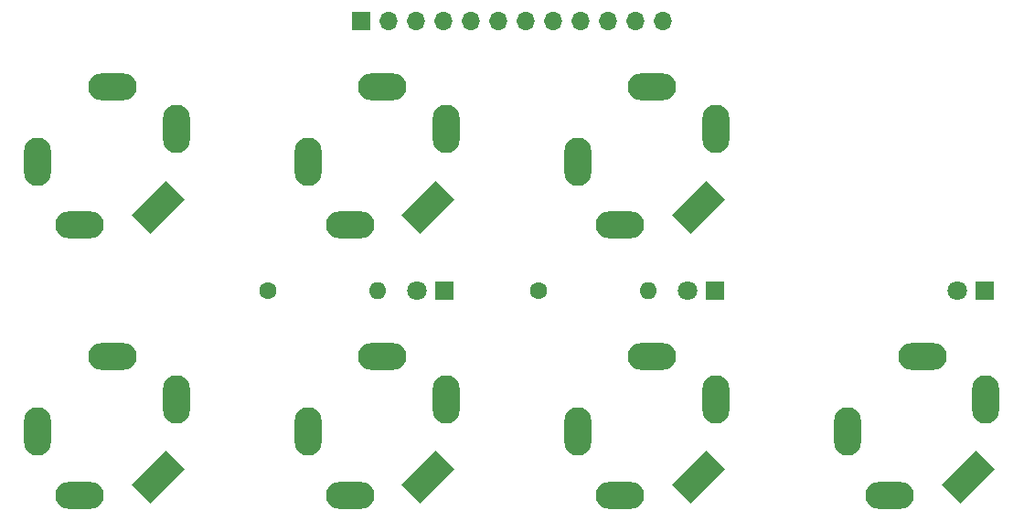
<source format=gbs>
G04 #@! TF.GenerationSoftware,KiCad,Pcbnew,(7.0.0)*
G04 #@! TF.CreationDate,2023-03-06T21:21:17-06:00*
G04 #@! TF.ProjectId,SlopesJack,536c6f70-6573-44a6-9163-6b2e6b696361,rev?*
G04 #@! TF.SameCoordinates,Original*
G04 #@! TF.FileFunction,Soldermask,Bot*
G04 #@! TF.FilePolarity,Negative*
%FSLAX46Y46*%
G04 Gerber Fmt 4.6, Leading zero omitted, Abs format (unit mm)*
G04 Created by KiCad (PCBNEW (7.0.0)) date 2023-03-06 21:21:17*
%MOMM*%
%LPD*%
G01*
G04 APERTURE LIST*
G04 Aperture macros list*
%AMRotRect*
0 Rectangle, with rotation*
0 The origin of the aperture is its center*
0 $1 length*
0 $2 width*
0 $3 Rotation angle, in degrees counterclockwise*
0 Add horizontal line*
21,1,$1,$2,0,0,$3*%
G04 Aperture macros list end*
%ADD10R,1.800000X1.800000*%
%ADD11C,1.800000*%
%ADD12O,4.500001X2.500000*%
%ADD13O,2.500001X4.500001*%
%ADD14RotRect,4.500001X2.500001X45.000000*%
%ADD15O,2.500000X4.500000*%
%ADD16O,4.500000X2.500000*%
%ADD17C,1.600000*%
%ADD18O,1.600000X1.600000*%
%ADD19R,1.700000X1.700000*%
%ADD20O,1.700000X1.700000*%
G04 APERTURE END LIST*
D10*
X343774999Y-162499999D03*
D11*
X341235000Y-162500000D03*
D12*
X387999999Y-168599999D03*
D13*
X393899999Y-172499999D03*
D14*
X392239999Y-179739999D03*
D15*
X381099999Y-175499999D03*
D16*
X384999999Y-181399999D03*
D12*
X312999999Y-168599999D03*
D13*
X318899999Y-172499999D03*
D14*
X317239999Y-179739999D03*
D15*
X306099999Y-175499999D03*
D16*
X309999999Y-181399999D03*
D12*
X312999999Y-143599999D03*
D13*
X318899999Y-147499999D03*
D14*
X317239999Y-154739999D03*
D15*
X306099999Y-150499999D03*
D16*
X309999999Y-156399999D03*
D10*
X393774999Y-162499999D03*
D11*
X391235000Y-162500000D03*
D12*
X337999999Y-168599999D03*
D13*
X343899999Y-172499999D03*
D14*
X342239999Y-179739999D03*
D15*
X331099999Y-175499999D03*
D16*
X334999999Y-181399999D03*
D12*
X362999999Y-143599999D03*
D13*
X368899999Y-147499999D03*
D14*
X367239999Y-154739999D03*
D15*
X356099999Y-150499999D03*
D16*
X359999999Y-156399999D03*
D17*
X327420000Y-162500000D03*
D18*
X337579999Y-162499999D03*
D17*
X352420000Y-162500000D03*
D18*
X362579999Y-162499999D03*
D12*
X362999999Y-168599999D03*
D13*
X368899999Y-172499999D03*
D14*
X367239999Y-179739999D03*
D15*
X356099999Y-175499999D03*
D16*
X359999999Y-181399999D03*
D10*
X368774999Y-162499999D03*
D11*
X366235000Y-162500000D03*
D19*
X336024999Y-137499999D03*
D20*
X338564999Y-137499999D03*
X341104999Y-137499999D03*
X343644999Y-137499999D03*
X346184999Y-137499999D03*
X348724999Y-137499999D03*
X351264999Y-137499999D03*
X353804999Y-137499999D03*
X356344999Y-137499999D03*
X358884999Y-137499999D03*
X361424999Y-137499999D03*
X363964999Y-137499999D03*
D12*
X337999999Y-143599999D03*
D13*
X343899999Y-147499999D03*
D14*
X342239999Y-154739999D03*
D15*
X331099999Y-150499999D03*
D16*
X334999999Y-156399999D03*
M02*

</source>
